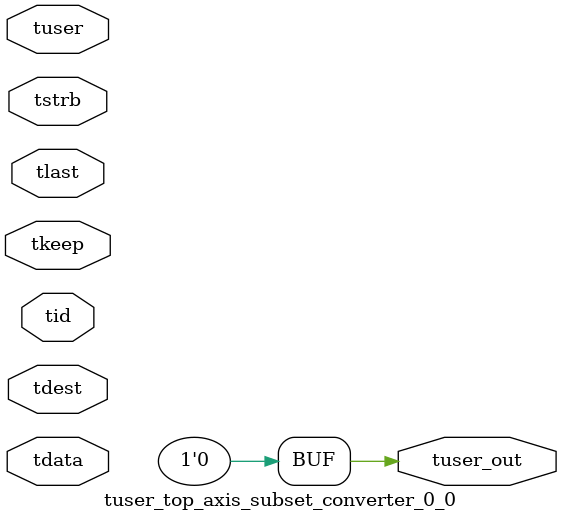
<source format=v>


`timescale 1ps/1ps

module tuser_top_axis_subset_converter_0_0 #
(
parameter C_S_AXIS_TUSER_WIDTH = 1,
parameter C_S_AXIS_TDATA_WIDTH = 32,
parameter C_S_AXIS_TID_WIDTH   = 0,
parameter C_S_AXIS_TDEST_WIDTH = 0,
parameter C_M_AXIS_TUSER_WIDTH = 1
)
(
input  [(C_S_AXIS_TUSER_WIDTH == 0 ? 1 : C_S_AXIS_TUSER_WIDTH)-1:0     ] tuser,
input  [(C_S_AXIS_TDATA_WIDTH == 0 ? 1 : C_S_AXIS_TDATA_WIDTH)-1:0     ] tdata,
input  [(C_S_AXIS_TID_WIDTH   == 0 ? 1 : C_S_AXIS_TID_WIDTH)-1:0       ] tid,
input  [(C_S_AXIS_TDEST_WIDTH == 0 ? 1 : C_S_AXIS_TDEST_WIDTH)-1:0     ] tdest,
input  [(C_S_AXIS_TDATA_WIDTH/8)-1:0 ] tkeep,
input  [(C_S_AXIS_TDATA_WIDTH/8)-1:0 ] tstrb,
input                                                                    tlast,
output [C_M_AXIS_TUSER_WIDTH-1:0] tuser_out
);

assign tuser_out = {1'b0};

endmodule


</source>
